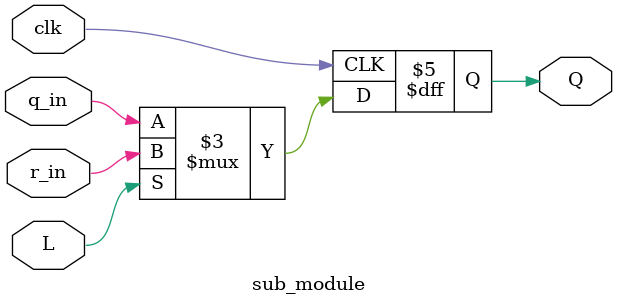
<source format=sv>
module top_module(
    input [2:0] r,
    input L,
    input clk,
    output reg [2:0] q
);

    wire [2:0] q_out;

    sub_module sub_mod0(
        .clk(clk),
        .L(L),
        .q_in(q[0]),
        .r_in(r[0]),
        .Q(q_out[0])
    );

    sub_module sub_mod1(
        .clk(clk),
        .L(L),
        .q_in(q[1]),
        .r_in(r[1]),
        .Q(q_out[1])
    );

    sub_module sub_mod2(
        .clk(clk),
        .L(L),
        .q_in(q[2]),
        .r_in(r[2]),
        .Q(q_out[2])
    );

    always @(posedge clk) begin
        if (L) begin
            q <= r;
        end else begin
            q <= {q_out[1] ^ q_out[2], q_out[0], q_out[2]};
        end
    end

endmodule
module sub_module(
    input clk,
    input L,
    input q_in,
    input r_in,
    output reg Q
);

    always @(posedge clk) begin
        if (L) begin
            Q <= r_in;
        end else begin
            Q <= q_in;
        end
    end

endmodule

</source>
